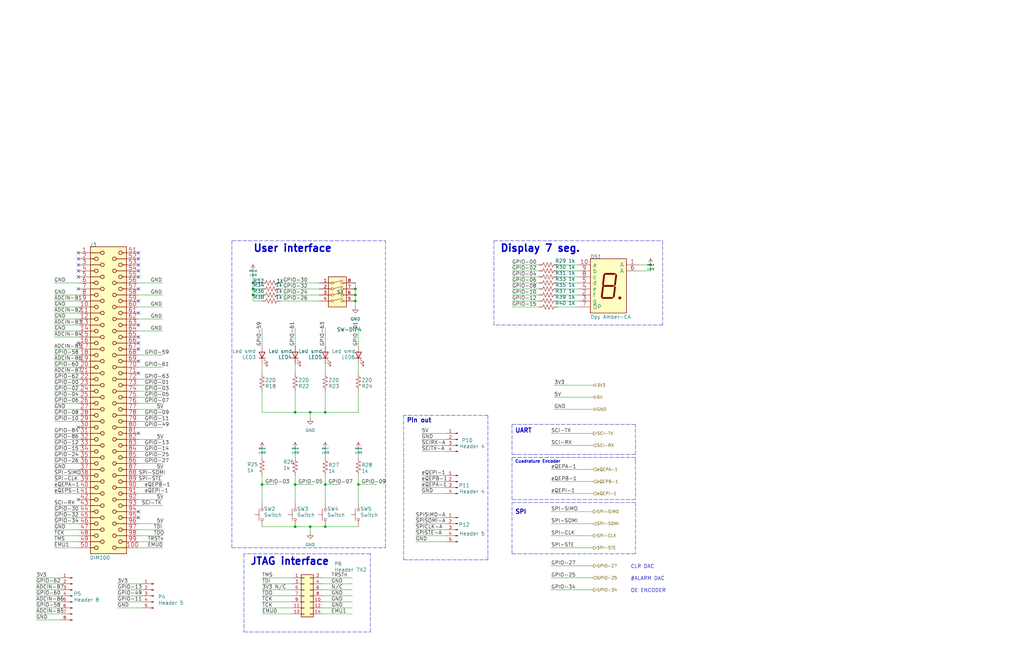
<source format=kicad_sch>
(kicad_sch (version 20211123) (generator eeschema)
  (paper "B")
  (title_block (title "Socket and interfaces") (date "07 07 2021"))
  (lib_symbols
    (symbol "Connector:Conn_01x04_Male" (pin_names (offset 1.016) hide)
      (property "Reference" "J" (at 0 5.08 0))
      (property "Value" "Conn_01x04_Male" (at 0 -7.62 0))
      (symbol "Conn_01x04_Male_1_1"
        (pin passive line (at 5.08 2.54 180) (length 3.81) (name "Pin_1") (number "1"))
        (pin passive line (at 5.08 0 180) (length 3.81) (name "Pin_2") (number "2"))
        (pin passive line (at 5.08 -2.54 180) (length 3.81) (name "Pin_3") (number "3"))
        (pin passive line (at 5.08 -5.08 180) (length 3.81) (name "Pin_4") (number "4"))
      )
    )
    (symbol "Connector:Conn_01x05_Male" (pin_names (offset 1.016) hide)
      (property "Reference" "J" (at 0 7.62 0))
      (property "Value" "Conn_01x05_Male" (at 0 -7.62 0))
      (symbol "Conn_01x05_Male_1_1"
        (pin passive line (at 5.08 5.08 180) (length 3.81) (name "Pin_1") (number "1"))
        (pin passive line (at 5.08 2.54 180) (length 3.81) (name "Pin_2") (number "2"))
        (pin passive line (at 5.08 0 180) (length 3.81) (name "Pin_3") (number "3"))
        (pin passive line (at 5.08 -2.54 180) (length 3.81) (name "Pin_4") (number "4"))
        (pin passive line (at 5.08 -5.08 180) (length 3.81) (name "Pin_5") (number "5"))
      )
    )
    (symbol "Connector:Conn_01x08_Male" (pin_names (offset 1.016) hide)
      (property "Reference" "J" (at 0 10.16 0))
      (property "Value" "Conn_01x08_Male" (at 0 -12.7 0))
      (symbol "Conn_01x08_Male_1_1"
        (pin passive line (at 5.08 7.62 180) (length 3.81) (name "Pin_1") (number "1"))
        (pin passive line (at 5.08 5.08 180) (length 3.81) (name "Pin_2") (number "2"))
        (pin passive line (at 5.08 2.54 180) (length 3.81) (name "Pin_3") (number "3"))
        (pin passive line (at 5.08 0 180) (length 3.81) (name "Pin_4") (number "4"))
        (pin passive line (at 5.08 -2.54 180) (length 3.81) (name "Pin_5") (number "5"))
        (pin passive line (at 5.08 -5.08 180) (length 3.81) (name "Pin_6") (number "6"))
        (pin passive line (at 5.08 -7.62 180) (length 3.81) (name "Pin_7") (number "7"))
        (pin passive line (at 5.08 -10.16 180) (length 3.81) (name "Pin_8") (number "8"))
      )
    )
    (symbol "Connector_Generic:Conn_02x07_Odd_Even" (pin_names (offset 1.016) hide)
      (property "Reference" "J" (at 1.27 10.16 0))
      (property "Value" "Conn_02x07_Odd_Even" (at 1.27 -10.16 0))
      (symbol "Conn_02x07_Odd_Even_1_1"
        (pin passive line (at -5.08 7.62 0) (length 3.81) (name "Pin_1") (number "1"))
        (pin passive line (at 7.62 -2.54 180) (length 3.81) (name "Pin_10") (number "10"))
        (pin passive line (at -5.08 -5.08 0) (length 3.81) (name "Pin_11") (number "11"))
        (pin passive line (at 7.62 -5.08 180) (length 3.81) (name "Pin_12") (number "12"))
        (pin passive line (at -5.08 -7.62 0) (length 3.81) (name "Pin_13") (number "13"))
        (pin passive line (at 7.62 -7.62 180) (length 3.81) (name "Pin_14") (number "14"))
        (pin passive line (at 7.62 7.62 180) (length 3.81) (name "Pin_2") (number "2"))
        (pin passive line (at -5.08 5.08 0) (length 3.81) (name "Pin_3") (number "3"))
        (pin passive line (at 7.62 5.08 180) (length 3.81) (name "Pin_4") (number "4"))
        (pin passive line (at -5.08 2.54 0) (length 3.81) (name "Pin_5") (number "5"))
        (pin passive line (at 7.62 2.54 180) (length 3.81) (name "Pin_6") (number "6"))
        (pin passive line (at -5.08 0 0) (length 3.81) (name "Pin_7") (number "7"))
        (pin passive line (at 7.62 0 180) (length 3.81) (name "Pin_8") (number "8"))
        (pin passive line (at -5.08 -2.54 0) (length 3.81) (name "Pin_9") (number "9"))
      )
    )
    (symbol "DIMM100:390213-1-" (pin_names (offset 1.016))
      (property "Reference" "J3" (at -15.494 0 90))
      (property "Value" "DIM100" (at -15.494 -132.08 90))
      (symbol "390213-1-_0_1"
        (pin passive line (at 2.54 -20.32 90) (length 5.08) (name "p1") (number "1"))
        (pin passive line (at 25.4 -20.32 90) (length 5.08) (name "p10") (number "10"))
        (pin passive line (at 127 5.08 270) (length 5.08) (name "p100") (number "100"))
        (pin passive line (at 27.94 -20.32 90) (length 5.08) (name "p11") (number "11"))
        (pin passive line (at 30.48 -20.32 90) (length 5.08) (name "p12") (number "12"))
        (pin passive line (at 33.02 -20.32 90) (length 5.08) (name "p13") (number "13"))
        (pin passive line (at 35.56 -20.32 90) (length 5.08) (name "p14") (number "14"))
        (pin passive line (at 38.1 -20.32 90) (length 5.08) (name "p15") (number "15"))
        (pin passive line (at 40.64 -20.32 90) (length 5.08) (name "p16") (number "16"))
        (pin passive line (at 43.18 -20.32 90) (length 5.08) (name "p17") (number "17"))
        (pin passive line (at 45.72 -20.32 90) (length 5.08) (name "p18") (number "18"))
        (pin passive line (at 48.26 -20.32 90) (length 5.08) (name "p19") (number "19"))
        (pin passive line (at 5.08 -20.32 90) (length 5.08) (name "p2") (number "2"))
        (pin passive line (at 50.8 -20.32 90) (length 5.08) (name "p20") (number "20"))
        (pin passive line (at 53.34 -20.32 90) (length 5.08) (name "p21") (number "21"))
        (pin passive line (at 55.88 -20.32 90) (length 5.08) (name "p22") (number "22"))
        (pin passive line (at 58.42 -20.32 90) (length 5.08) (name "p23") (number "23"))
        (pin passive line (at 60.96 -20.32 90) (length 5.08) (name "p24") (number "24"))
        (pin passive line (at 63.5 -20.32 90) (length 5.08) (name "p25") (number "25"))
        (pin passive line (at 66.04 -20.32 90) (length 5.08) (name "p26") (number "26"))
        (pin passive line (at 68.58 -20.32 90) (length 5.08) (name "p27") (number "27"))
        (pin passive line (at 71.12 -20.32 90) (length 5.08) (name "p28") (number "28"))
        (pin passive line (at 73.66 -20.32 90) (length 5.08) (name "p29") (number "29"))
        (pin passive line (at 7.62 -20.32 90) (length 5.08) (name "p3") (number "3"))
        (pin passive line (at 76.2 -20.32 90) (length 5.08) (name "p30") (number "30"))
        (pin passive line (at 78.74 -20.32 90) (length 5.08) (name "p31") (number "31"))
        (pin passive line (at 81.28 -20.32 90) (length 5.08) (name "p32") (number "32"))
        (pin passive line (at 83.82 -20.32 90) (length 5.08) (name "p33") (number "33"))
        (pin passive line (at 86.36 -20.32 90) (length 5.08) (name "p34") (number "34"))
        (pin passive line (at 88.9 -20.32 90) (length 5.08) (name "p35") (number "35"))
        (pin passive line (at 91.44 -20.32 90) (length 5.08) (name "p36") (number "36"))
        (pin passive line (at 93.98 -20.32 90) (length 5.08) (name "p37") (number "37"))
        (pin passive line (at 96.52 -20.32 90) (length 5.08) (name "p38") (number "38"))
        (pin passive line (at 99.06 -20.32 90) (length 5.08) (name "p39") (number "39"))
        (pin passive line (at 10.16 -20.32 90) (length 5.08) (name "p4") (number "4"))
        (pin passive line (at 101.6 -20.32 90) (length 5.08) (name "p40") (number "40"))
        (pin passive line (at 104.14 -20.32 90) (length 5.08) (name "p41") (number "41"))
        (pin passive line (at 106.68 -20.32 90) (length 5.08) (name "p42") (number "42"))
        (pin passive line (at 109.22 -20.32 90) (length 5.08) (name "p43") (number "43"))
        (pin passive line (at 111.76 -20.32 90) (length 5.08) (name "p44") (number "44"))
        (pin passive line (at 114.3 -20.32 90) (length 5.08) (name "p45") (number "45"))
        (pin passive line (at 116.84 -20.32 90) (length 5.08) (name "p46") (number "46"))
        (pin passive line (at 119.38 -20.32 90) (length 5.08) (name "p47") (number "47"))
        (pin passive line (at 121.92 -20.32 90) (length 5.08) (name "p48") (number "48"))
        (pin passive line (at 124.46 -20.32 90) (length 5.08) (name "p49") (number "49"))
        (pin passive line (at 12.7 -20.32 90) (length 5.08) (name "p5") (number "5"))
        (pin passive line (at 127 -20.32 90) (length 5.08) (name "p50") (number "50"))
        (pin passive line (at 2.54 5.08 270) (length 5.08) (name "p51") (number "51"))
        (pin passive line (at 5.08 5.08 270) (length 5.08) (name "p52") (number "52"))
        (pin passive line (at 7.62 5.08 270) (length 5.08) (name "p53") (number "53"))
        (pin passive line (at 10.16 5.08 270) (length 5.08) (name "p54") (number "54"))
        (pin passive line (at 12.7 5.08 270) (length 5.08) (name "p55") (number "55"))
        (pin passive line (at 15.24 5.08 270) (length 5.08) (name "p56") (number "56"))
        (pin passive line (at 17.78 5.08 270) (length 5.08) (name "p57") (number "57"))
        (pin passive line (at 20.32 5.08 270) (length 5.08) (name "p58") (number "58"))
        (pin passive line (at 22.86 5.08 270) (length 5.08) (name "p59") (number "59"))
        (pin passive line (at 15.24 -20.32 90) (length 5.08) (name "p6") (number "6"))
        (pin passive line (at 25.4 5.08 270) (length 5.08) (name "p60") (number "60"))
        (pin passive line (at 27.94 5.08 270) (length 5.08) (name "p61") (number "61"))
        (pin passive line (at 30.48 5.08 270) (length 5.08) (name "p62") (number "62"))
        (pin passive line (at 33.02 5.08 270) (length 5.08) (name "p63") (number "63"))
        (pin passive line (at 35.56 5.08 270) (length 5.08) (name "p64") (number "64"))
        (pin passive line (at 38.1 5.08 270) (length 5.08) (name "p65") (number "65"))
        (pin passive line (at 40.64 5.08 270) (length 5.08) (name "p66") (number "66"))
        (pin passive line (at 43.18 5.08 270) (length 5.08) (name "p67") (number "67"))
        (pin passive line (at 45.72 5.08 270) (length 5.08) (name "p68") (number "68"))
        (pin passive line (at 48.26 5.08 270) (length 5.08) (name "p69") (number "69"))
        (pin passive line (at 17.78 -20.32 90) (length 5.08) (name "p7") (number "7"))
        (pin passive line (at 50.8 5.08 270) (length 5.08) (name "p70") (number "70"))
        (pin passive line (at 53.34 5.08 270) (length 5.08) (name "p71") (number "71"))
        (pin passive line (at 55.88 5.08 270) (length 5.08) (name "p72") (number "72"))
        (pin passive line (at 58.42 5.08 270) (length 5.08) (name "p73") (number "73"))
        (pin passive line (at 60.96 5.08 270) (length 5.08) (name "p74") (number "74"))
        (pin passive line (at 63.5 5.08 270) (length 5.08) (name "p75") (number "75"))
        (pin passive line (at 66.04 5.08 270) (length 5.08) (name "p76") (number "76"))
        (pin passive line (at 68.58 5.08 270) (length 5.08) (name "p77") (number "77"))
        (pin passive line (at 71.12 5.08 270) (length 5.08) (name "p78") (number "78"))
        (pin passive line (at 73.66 5.08 270) (length 5.08) (name "p79") (number "79"))
        (pin passive line (at 20.32 -20.32 90) (length 5.08) (name "p8") (number "8"))
        (pin passive line (at 76.2 5.08 270) (length 5.08) (name "p80") (number "80"))
        (pin passive line (at 78.74 5.08 270) (length 5.08) (name "p81") (number "81"))
        (pin passive line (at 81.28 5.08 270) (length 5.08) (name "p82") (number "82"))
        (pin passive line (at 83.82 5.08 270) (length 5.08) (name "p83") (number "83"))
        (pin passive line (at 86.36 5.08 270) (length 5.08) (name "p84") (number "84"))
        (pin passive line (at 88.9 5.08 270) (length 5.08) (name "p85") (number "85"))
        (pin passive line (at 91.44 5.08 270) (length 5.08) (name "p86") (number "86"))
        (pin passive line (at 93.98 5.08 270) (length 5.08) (name "p87") (number "87"))
        (pin passive line (at 96.52 5.08 270) (length 5.08) (name "p88") (number "88"))
        (pin passive line (at 99.06 5.08 270) (length 5.08) (name "p89") (number "89"))
        (pin passive line (at 22.86 -20.32 90) (length 5.08) (name "p9") (number "9"))
        (pin passive line (at 101.6 5.08 270) (length 5.08) (name "p90") (number "90"))
        (pin passive line (at 104.14 5.08 270) (length 5.08) (name "p91") (number "91"))
        (pin passive line (at 106.68 5.08 270) (length 5.08) (name "p92") (number "92"))
        (pin passive line (at 109.22 5.08 270) (length 5.08) (name "p93") (number "93"))
        (pin passive line (at 111.76 5.08 270) (length 5.08) (name "p94") (number "94"))
        (pin passive line (at 114.3 5.08 270) (length 5.08) (name "p95") (number "95"))
        (pin passive line (at 116.84 5.08 270) (length 5.08) (name "p96") (number "96"))
        (pin passive line (at 119.38 5.08 270) (length 5.08) (name "p97") (number "97"))
        (pin passive line (at 121.92 5.08 270) (length 5.08) (name "p98") (number "98"))
        (pin passive line (at 124.46 5.08 270) (length 5.08) (name "p99") (number "99"))
      )
    )
    (symbol "Device:LED" (pin_numbers hide) (pin_names (offset 1.016) hide)
      (property "Reference" "D" (at 0 2.54 0))
      (property "Value" "LED" (at 0 -2.54 0))
      (symbol "LED_1_1"
        (pin passive line (at -3.81 0 0) (length 2.54) (name "K") (number "1"))
        (pin passive line (at 3.81 0 180) (length 2.54) (name "A") (number "2"))
      )
    )
    (symbol "Device:R_US" (pin_numbers hide) (pin_names (offset 0))
      (property "Reference" "R" (at 2.54 0 90))
      (property "Value" "R_US" (at -2.54 0 90))
      (symbol "R_US_1_1"
        (pin passive line (at 0 3.81 270) (length 1.27) (name "~") (number "1"))
        (pin passive line (at 0 -3.81 90) (length 1.27) (name "~") (number "2"))
      )
    )
    (symbol "Switch:SW_DIP_x04" (pin_names (offset 0) hide)
      (property "Reference" "SW" (at 0 8.89 0))
      (property "Value" "SW_DIP_x04" (at 0 -6.35 0))
      (symbol "SW_DIP_x04_1_1"
        (pin passive line (at -7.62 5.08 0) (length 5.08) (name "~") (number "1"))
        (pin passive line (at -7.62 2.54 0) (length 5.08) (name "~") (number "2"))
        (pin passive line (at -7.62 0 0) (length 5.08) (name "~") (number "3"))
        (pin passive line (at -7.62 -2.54 0) (length 5.08) (name "~") (number "4"))
        (pin passive line (at 7.62 -2.54 180) (length 5.08) (name "~") (number "5"))
        (pin passive line (at 7.62 0 180) (length 5.08) (name "~") (number "6"))
        (pin passive line (at 7.62 2.54 180) (length 5.08) (name "~") (number "7"))
        (pin passive line (at 7.62 5.08 180) (length 5.08) (name "~") (number "8"))
      )
    )
    (symbol "Switch:SW_Push" (pin_numbers hide) (pin_names (offset 1.016) hide)
      (property "Reference" "SW" (at 1.27 2.54 0))
      (property "Value" "SW_Push" (at 0 -1.524 0))
      (symbol "SW_Push_0_1"
        (pin passive line (at -5.08 0 0) (length 2.54) (name "1") (number "1"))
        (pin passive line (at 5.08 0 180) (length 2.54) (name "2") (number "2"))
      )
    )
    (symbol "dpy_amber-ca:Dpy_Amber-CA-" (pin_names (offset 1.016))
      (property "Reference" "DS1" (at 0 0 0))
      (property "Value" "Dpy Amber-CA" (at 0 -25.4 0))
      (symbol "Dpy_Amber-CA-_0_1"
        (pin passive line (at 20.32 -2.54 180) (length 5.08) (name "A") (number "1"))
        (pin passive line (at -5.08 -2.54 0) (length 5.08) (name "a") (number "10"))
        (pin passive line (at -5.08 -15.24 0) (length 5.08) (name "f") (number "2"))
        (pin passive line (at -5.08 -17.78 0) (length 5.08) (name "g") (number "3"))
        (pin passive line (at -5.08 -12.7 0) (length 5.08) (name "e") (number "4"))
        (pin passive line (at -5.08 -10.16 0) (length 5.08) (name "d") (number "5"))
        (pin passive line (at 20.32 -5.08 180) (length 5.08) (name "A") (number "6"))
        (pin passive line (at -5.08 -20.32 0) (length 5.08) (name "DP") (number "7"))
        (pin passive line (at -5.08 -7.62 0) (length 5.08) (name "c") (number "8"))
        (pin passive line (at -5.08 -5.08 0) (length 5.08) (name "b") (number "9"))
      )
    )
    (symbol "power:+3V3" (power) (pin_names (offset 0))
      (property "Value" "+3V3" (at 0 3.556 0))
      (symbol "+3V3_1_1"
        (pin power_in line (at 0 0 90) (length 0) hide (name "+3V3") (number "1"))
      )
    )
    (symbol "power:GND" (power) (pin_names (offset 0))
      (property "Value" "GND" (at 0 -3.81 0))
      (symbol "GND_1_1"
        (pin power_in line (at 0 0 270) (length 0) hide (name "GND") (number "1"))
      )
    )
  )
  (junction (at 106.68 119.38))
  (junction (at 110.49 204.47))
  (junction (at 106.68 121.92))
  (junction (at 130.81 173.99))
  (junction (at 124.46 173.99))
  (junction (at 130.81 222.25))
  (junction (at 137.16 204.47))
  (junction (at 124.46 204.47))
  (junction (at 274.32 111.76))
  (junction (at 149.86 121.92))
  (junction (at 106.68 124.46))
  (junction (at 124.46 222.25))
  (junction (at 149.86 127))
  (junction (at 149.86 124.46))
  (junction (at 137.16 222.25))
  (junction (at 137.16 173.99))
  (junction (at 151.13 204.47))
  (no_connect (at 58.42 121.92))
  (no_connect (at 58.42 116.84))
  (no_connect (at 58.42 127))
  (no_connect (at 58.42 132.08))
  (no_connect (at 58.42 137.16))
  (no_connect (at 58.42 142.24))
  (no_connect (at 58.42 144.78))
  (no_connect (at 58.42 147.32))
  (no_connect (at 33.02 116.84))
  (no_connect (at 33.02 121.92))
  (no_connect (at 58.42 114.3))
  (no_connect (at 58.42 111.76))
  (no_connect (at 58.42 109.22))
  (no_connect (at 58.42 106.68))
  (no_connect (at 58.42 152.4))
  (no_connect (at 58.42 157.48))
  (no_connect (at 33.02 180.34))
  (no_connect (at 33.02 210.82))
  (no_connect (at 58.42 215.9))
  (no_connect (at 58.42 218.44))
  (no_connect (at 33.02 144.78))
  (no_connect (at 33.02 114.3))
  (no_connect (at 33.02 109.22))
  (no_connect (at 33.02 111.76))
  (no_connect (at 33.02 106.68))
  (no_connect (at 58.42 182.88))
  (wire (pts (xy 148.59 251.46) (xy 135.89 251.46)))
  (wire (pts (xy 22.86 172.72) (xy 33.02 172.72)))
  (wire (pts (xy 232.41 243.84) (xy 250.19 243.84)))
  (wire (pts (xy 49.53 248.92) (xy 59.69 248.92)))
  (wire (pts (xy 124.46 212.09) (xy 124.46 204.47)))
  (wire (pts (xy 250.19 172.72) (xy 233.68 172.72)))
  (wire (pts (xy 148.59 243.84) (xy 135.89 243.84)))
  (wire (pts (xy 215.9 119.38) (xy 227.33 119.38)))
  (wire (pts (xy 22.86 215.9) (xy 33.02 215.9)))
  (wire (pts (xy 22.86 195.58) (xy 33.02 195.58)))
  (wire (pts (xy 68.58 154.94) (xy 58.42 154.94)))
  (wire (pts (xy 124.46 189.23) (xy 124.46 193.04)))
  (wire (pts (xy 243.84 116.84) (xy 234.95 116.84)))
  (wire (pts (xy 149.86 119.38) (xy 149.86 121.92)))
  (wire (pts (xy 151.13 204.47) (xy 151.13 200.66)))
  (wire (pts (xy 110.49 138.43) (xy 110.49 146.05)))
  (wire (pts (xy 233.68 162.56) (xy 250.19 162.56)))
  (wire (pts (xy 22.86 187.96) (xy 33.02 187.96)))
  (wire (pts (xy 22.86 190.5) (xy 33.02 190.5)))
  (wire (pts (xy 22.86 149.86) (xy 33.02 149.86)))
  (wire (pts (xy 15.24 261.62) (xy 25.4 261.62)))
  (wire (pts (xy 22.86 157.48) (xy 33.02 157.48)))
  (polyline (pts (xy 97.79 101.6) (xy 97.79 231.14)))
  (wire (pts (xy 110.49 157.48) (xy 110.49 153.67)))
  (wire (pts (xy 15.24 259.08) (xy 25.4 259.08)))
  (wire (pts (xy 68.58 208.28) (xy 58.42 208.28)))
  (wire (pts (xy 137.16 173.99) (xy 151.13 173.99)))
  (wire (pts (xy 151.13 212.09) (xy 151.13 204.47)))
  (wire (pts (xy 151.13 189.23) (xy 151.13 193.04)))
  (wire (pts (xy 148.59 246.38) (xy 135.89 246.38)))
  (wire (pts (xy 243.84 127) (xy 234.95 127)))
  (polyline (pts (xy 97.79 101.6) (xy 162.56 101.6)))
  (wire (pts (xy 243.84 111.76) (xy 234.95 111.76)))
  (wire (pts (xy 22.86 220.98) (xy 33.02 220.98)))
  (wire (pts (xy 68.58 124.46) (xy 58.42 124.46)))
  (wire (pts (xy 22.86 167.64) (xy 33.02 167.64)))
  (wire (pts (xy 250.19 203.2) (xy 232.41 203.2)))
  (wire (pts (xy 106.68 119.38) (xy 106.68 121.92)))
  (wire (pts (xy 15.24 254) (xy 25.4 254)))
  (wire (pts (xy 177.8 182.88) (xy 187.96 182.88)))
  (wire (pts (xy 110.49 256.54) (xy 123.19 256.54)))
  (wire (pts (xy 177.8 200.66) (xy 187.96 200.66)))
  (wire (pts (xy 124.46 173.99) (xy 130.81 173.99)))
  (wire (pts (xy 22.86 175.26) (xy 33.02 175.26)))
  (wire (pts (xy 68.58 223.52) (xy 58.42 223.52)))
  (wire (pts (xy 158.75 204.47) (xy 151.13 204.47)))
  (wire (pts (xy 118.11 119.38) (xy 134.62 119.38)))
  (wire (pts (xy 22.86 134.62) (xy 33.02 134.62)))
  (wire (pts (xy 22.86 154.94) (xy 33.02 154.94)))
  (polyline (pts (xy 102.87 266.7) (xy 156.21 266.7)))
  (polyline (pts (xy 205.74 236.22) (xy 205.74 175.26)))
  (wire (pts (xy 110.49 173.99) (xy 124.46 173.99)))
  (wire (pts (xy 49.53 256.54) (xy 59.69 256.54)))
  (wire (pts (xy 22.86 170.18) (xy 33.02 170.18)))
  (wire (pts (xy 137.16 138.43) (xy 137.16 146.05)))
  (wire (pts (xy 177.8 205.74) (xy 187.96 205.74)))
  (wire (pts (xy 215.9 121.92) (xy 227.33 121.92)))
  (polyline (pts (xy 267.97 194.31) (xy 267.97 210.82)))
  (wire (pts (xy 177.8 190.5) (xy 187.96 190.5)))
  (wire (pts (xy 124.46 138.43) (xy 124.46 146.05)))
  (wire (pts (xy 68.58 193.04) (xy 58.42 193.04)))
  (wire (pts (xy 68.58 190.5) (xy 58.42 190.5)))
  (wire (pts (xy 22.86 124.46) (xy 33.02 124.46)))
  (wire (pts (xy 175.26 228.6) (xy 187.96 228.6)))
  (wire (pts (xy 215.9 129.54) (xy 227.33 129.54)))
  (wire (pts (xy 68.58 119.38) (xy 58.42 119.38)))
  (wire (pts (xy 137.16 189.23) (xy 137.16 193.04)))
  (wire (pts (xy 250.19 198.12) (xy 232.41 198.12)))
  (wire (pts (xy 110.49 254) (xy 123.19 254)))
  (wire (pts (xy 149.86 121.92) (xy 149.86 124.46)))
  (wire (pts (xy 49.53 246.38) (xy 59.69 246.38)))
  (wire (pts (xy 274.32 114.3) (xy 269.24 114.3)))
  (wire (pts (xy 250.19 220.98) (xy 232.41 220.98)))
  (wire (pts (xy 134.62 124.46) (xy 118.11 124.46)))
  (wire (pts (xy 68.58 200.66) (xy 58.42 200.66)))
  (wire (pts (xy 68.58 213.36) (xy 58.42 213.36)))
  (wire (pts (xy 49.53 251.46) (xy 59.69 251.46)))
  (wire (pts (xy 110.49 243.84) (xy 123.19 243.84)))
  (polyline (pts (xy 102.87 233.68) (xy 102.87 266.7)))
  (wire (pts (xy 22.86 152.4) (xy 33.02 152.4)))
  (wire (pts (xy 22.86 147.32) (xy 33.02 147.32)))
  (wire (pts (xy 148.59 254) (xy 135.89 254)))
  (wire (pts (xy 124.46 222.25) (xy 130.81 222.25)))
  (wire (pts (xy 68.58 195.58) (xy 58.42 195.58)))
  (wire (pts (xy 68.58 165.1) (xy 58.42 165.1)))
  (wire (pts (xy 22.86 228.6) (xy 33.02 228.6)))
  (polyline (pts (xy 267.97 212.09) (xy 267.97 233.68)))
  (wire (pts (xy 68.58 205.74) (xy 58.42 205.74)))
  (wire (pts (xy 110.49 246.38) (xy 123.19 246.38)))
  (wire (pts (xy 110.49 173.99) (xy 110.49 165.1)))
  (wire (pts (xy 151.13 157.48) (xy 151.13 153.67)))
  (wire (pts (xy 137.16 173.99) (xy 137.16 165.1)))
  (wire (pts (xy 137.16 222.25) (xy 151.13 222.25)))
  (polyline (pts (xy 215.9 191.77) (xy 267.97 191.77)))
  (wire (pts (xy 22.86 165.1) (xy 33.02 165.1)))
  (wire (pts (xy 134.62 121.92) (xy 118.11 121.92)))
  (wire (pts (xy 175.26 223.52) (xy 187.96 223.52)))
  (wire (pts (xy 68.58 139.7) (xy 58.42 139.7)))
  (wire (pts (xy 124.46 157.48) (xy 124.46 153.67)))
  (wire (pts (xy 175.26 218.44) (xy 187.96 218.44)))
  (polyline (pts (xy 97.79 231.14) (xy 162.56 231.14)))
  (wire (pts (xy 148.59 256.54) (xy 135.89 256.54)))
  (wire (pts (xy 68.58 172.72) (xy 58.42 172.72)))
  (wire (pts (xy 137.16 157.48) (xy 137.16 153.67)))
  (wire (pts (xy 22.86 226.06) (xy 33.02 226.06)))
  (wire (pts (xy 22.86 198.12) (xy 33.02 198.12)))
  (wire (pts (xy 68.58 129.54) (xy 58.42 129.54)))
  (wire (pts (xy 110.49 212.09) (xy 110.49 204.47)))
  (wire (pts (xy 116.84 204.47) (xy 110.49 204.47)))
  (wire (pts (xy 149.86 127) (xy 149.86 129.54)))
  (wire (pts (xy 68.58 160.02) (xy 58.42 160.02)))
  (wire (pts (xy 22.86 127) (xy 33.02 127)))
  (wire (pts (xy 250.19 226.06) (xy 232.41 226.06)))
  (wire (pts (xy 243.84 129.54) (xy 234.95 129.54)))
  (wire (pts (xy 134.62 127) (xy 118.11 127)))
  (wire (pts (xy 130.81 173.99) (xy 130.81 176.53)))
  (wire (pts (xy 22.86 213.36) (xy 33.02 213.36)))
  (wire (pts (xy 274.32 111.76) (xy 274.32 114.3)))
  (wire (pts (xy 15.24 248.92) (xy 25.4 248.92)))
  (polyline (pts (xy 208.28 137.16) (xy 208.28 101.6)))
  (wire (pts (xy 148.59 259.08) (xy 135.89 259.08)))
  (polyline (pts (xy 162.56 231.14) (xy 162.56 101.6)))
  (wire (pts (xy 68.58 170.18) (xy 58.42 170.18)))
  (wire (pts (xy 22.86 218.44) (xy 33.02 218.44)))
  (wire (pts (xy 110.49 189.23) (xy 110.49 193.04)))
  (wire (pts (xy 250.19 187.96) (xy 232.41 187.96)))
  (wire (pts (xy 22.86 203.2) (xy 33.02 203.2)))
  (wire (pts (xy 143.51 204.47) (xy 137.16 204.47)))
  (polyline (pts (xy 267.97 179.07) (xy 215.9 179.07)))
  (wire (pts (xy 110.49 259.08) (xy 123.19 259.08)))
  (wire (pts (xy 68.58 198.12) (xy 58.42 198.12)))
  (wire (pts (xy 232.41 248.92) (xy 250.19 248.92)))
  (wire (pts (xy 22.86 129.54) (xy 33.02 129.54)))
  (wire (pts (xy 215.9 116.84) (xy 227.33 116.84)))
  (polyline (pts (xy 215.9 233.68) (xy 215.9 212.09)))
  (wire (pts (xy 106.68 124.46) (xy 106.68 127)))
  (wire (pts (xy 177.8 185.42) (xy 187.96 185.42)))
  (polyline (pts (xy 156.21 266.7) (xy 156.21 233.68)))
  (polyline (pts (xy 215.9 193.04) (xy 215.9 194.31)))
  (polyline (pts (xy 205.74 175.26) (xy 170.18 175.26)))
  (wire (pts (xy 22.86 205.74) (xy 33.02 205.74)))
  (wire (pts (xy 68.58 231.14) (xy 58.42 231.14)))
  (wire (pts (xy 137.16 204.47) (xy 137.16 200.66)))
  (wire (pts (xy 250.19 208.28) (xy 232.41 208.28)))
  (wire (pts (xy 68.58 149.86) (xy 58.42 149.86)))
  (wire (pts (xy 15.24 246.38) (xy 25.4 246.38)))
  (wire (pts (xy 269.24 111.76) (xy 274.32 111.76)))
  (wire (pts (xy 215.9 111.76) (xy 227.33 111.76)))
  (wire (pts (xy 68.58 185.42) (xy 58.42 185.42)))
  (wire (pts (xy 148.59 248.92) (xy 135.89 248.92)))
  (wire (pts (xy 151.13 165.1) (xy 151.13 173.99)))
  (wire (pts (xy 106.68 121.92) (xy 110.49 121.92)))
  (wire (pts (xy 243.84 119.38) (xy 234.95 119.38)))
  (polyline (pts (xy 215.9 179.07) (xy 215.9 191.77)))
  (wire (pts (xy 68.58 210.82) (xy 58.42 210.82)))
  (wire (pts (xy 15.24 251.46) (xy 25.4 251.46)))
  (wire (pts (xy 130.81 222.25) (xy 137.16 222.25)))
  (wire (pts (xy 250.19 182.88) (xy 232.41 182.88)))
  (wire (pts (xy 106.68 124.46) (xy 110.49 124.46)))
  (wire (pts (xy 68.58 180.34) (xy 58.42 180.34)))
  (wire (pts (xy 232.41 238.76) (xy 250.19 238.76)))
  (wire (pts (xy 68.58 187.96) (xy 58.42 187.96)))
  (polyline (pts (xy 208.28 101.6) (xy 279.4 101.6)))
  (wire (pts (xy 243.84 121.92) (xy 234.95 121.92)))
  (wire (pts (xy 68.58 177.8) (xy 58.42 177.8)))
  (wire (pts (xy 149.86 124.46) (xy 149.86 127)))
  (wire (pts (xy 110.49 248.92) (xy 123.19 248.92)))
  (wire (pts (xy 177.8 203.2) (xy 187.96 203.2)))
  (wire (pts (xy 68.58 203.2) (xy 58.42 203.2)))
  (wire (pts (xy 177.8 187.96) (xy 187.96 187.96)))
  (polyline (pts (xy 215.9 210.82) (xy 215.9 194.31)))
  (wire (pts (xy 130.81 173.99) (xy 137.16 173.99)))
  (wire (pts (xy 22.86 231.14) (xy 33.02 231.14)))
  (wire (pts (xy 22.86 200.66) (xy 33.02 200.66)))
  (wire (pts (xy 22.86 185.42) (xy 33.02 185.42)))
  (wire (pts (xy 22.86 132.08) (xy 33.02 132.08)))
  (wire (pts (xy 137.16 212.09) (xy 137.16 204.47)))
  (wire (pts (xy 243.84 114.3) (xy 234.95 114.3)))
  (wire (pts (xy 49.53 254) (xy 59.69 254)))
  (wire (pts (xy 15.24 243.84) (xy 25.4 243.84)))
  (wire (pts (xy 22.86 137.16) (xy 33.02 137.16)))
  (wire (pts (xy 177.8 208.28) (xy 187.96 208.28)))
  (wire (pts (xy 68.58 220.98) (xy 58.42 220.98)))
  (polyline (pts (xy 267.97 193.04) (xy 267.97 194.31)))
  (polyline (pts (xy 267.97 210.82) (xy 215.9 210.82)))
  (polyline (pts (xy 156.21 233.68) (xy 102.87 233.68)))
  (wire (pts (xy 250.19 215.9) (xy 232.41 215.9)))
  (polyline (pts (xy 267.97 191.77) (xy 267.97 179.07)))
  (wire (pts (xy 110.49 251.46) (xy 123.19 251.46)))
  (wire (pts (xy 22.86 142.24) (xy 33.02 142.24)))
  (wire (pts (xy 22.86 162.56) (xy 33.02 162.56)))
  (polyline (pts (xy 170.18 175.26) (xy 170.18 236.22)))
  (wire (pts (xy 68.58 228.6) (xy 58.42 228.6)))
  (wire (pts (xy 22.86 177.8) (xy 33.02 177.8)))
  (wire (pts (xy 106.68 121.92) (xy 106.68 124.46)))
  (wire (pts (xy 124.46 173.99) (xy 124.46 165.1)))
  (wire (pts (xy 110.49 222.25) (xy 124.46 222.25)))
  (polyline (pts (xy 215.9 193.04) (xy 267.97 193.04)))
  (wire (pts (xy 106.68 127) (xy 110.49 127)))
  (wire (pts (xy 68.58 175.26) (xy 58.42 175.26)))
  (wire (pts (xy 175.26 226.06) (xy 187.96 226.06)))
  (wire (pts (xy 68.58 162.56) (xy 58.42 162.56)))
  (wire (pts (xy 250.19 231.14) (xy 232.41 231.14)))
  (wire (pts (xy 215.9 124.46) (xy 227.33 124.46)))
  (polyline (pts (xy 170.18 236.22) (xy 205.74 236.22)))
  (wire (pts (xy 175.26 220.98) (xy 187.96 220.98)))
  (wire (pts (xy 106.68 114.3) (xy 106.68 119.38)))
  (polyline (pts (xy 215.9 212.09) (xy 267.97 212.09)))
  (wire (pts (xy 22.86 160.02) (xy 33.02 160.02)))
  (wire (pts (xy 106.68 119.38) (xy 110.49 119.38)))
  (wire (pts (xy 22.86 182.88) (xy 33.02 182.88)))
  (wire (pts (xy 132.08 204.47) (xy 124.46 204.47)))
  (polyline (pts (xy 279.4 137.16) (xy 208.28 137.16)))
  (wire (pts (xy 68.58 134.62) (xy 58.42 134.62)))
  (wire (pts (xy 68.58 226.06) (xy 58.42 226.06)))
  (wire (pts (xy 22.86 223.52) (xy 33.02 223.52)))
  (wire (pts (xy 124.46 204.47) (xy 124.46 200.66)))
  (wire (pts (xy 215.9 114.3) (xy 227.33 114.3)))
  (wire (pts (xy 110.49 204.47) (xy 110.49 200.66)))
  (wire (pts (xy 130.81 222.25) (xy 130.81 224.79)))
  (wire (pts (xy 243.84 124.46) (xy 234.95 124.46)))
  (wire (pts (xy 151.13 138.43) (xy 151.13 146.05)))
  (wire (pts (xy 22.86 119.38) (xy 33.02 119.38)))
  (wire (pts (xy 22.86 193.04) (xy 33.02 193.04)))
  (wire (pts (xy 22.86 139.7) (xy 33.02 139.7)))
  (wire (pts (xy 250.19 167.64) (xy 233.68 167.64)))
  (wire (pts (xy 68.58 167.64) (xy 58.42 167.64)))
  (wire (pts (xy 215.9 127) (xy 227.33 127)))
  (polyline (pts (xy 279.4 101.6) (xy 279.4 137.16)))
  (polyline (pts (xy 267.97 233.68) (xy 215.9 233.68)))
  (wire (pts (xy 15.24 256.54) (xy 25.4 256.54)))
  (wire (pts (xy 22.86 208.28) (xy 33.02 208.28)))
  (text "JTAG interface" (at 105.41 238.76 0) (effects (font (size 3.048 3.048) (thickness 0.6096) bold) (justify left bottom)))
  (text "SPI" (at 217.17 217.17 0) (effects (font (size 1.8288 1.8288) (thickness 0.3658) bold) (justify left bottom)))
  (text "Pin out" (at 171.45 178.562 0) (effects (font (size 1.8288 1.8288) (thickness 0.3658) bold) (justify left bottom)))
  (text "UART" (at 217.17 182.88 0) (effects (font (size 1.8288 1.8288) (thickness 0.3658) bold) (justify left bottom)))
  (text "#ALARM DAC" (at 265.938 245.11 0) (effects (font (size 1.524 1.524)) (justify left bottom)))
  (text "OE ENCODER" (at 265.938 250.19 0) (effects (font (size 1.524 1.524)) (justify left bottom)))
  (text "CLR DAC" (at 265.938 240.03 0) (effects (font (size 1.524 1.524)) (justify left bottom)))
  (text "Cuadrature Encoder" (at 217.17 195.58 0) (effects (font (size 1.27 1.27) (thickness 0.254) bold) (justify left bottom)))
  (text "User interface" (at 106.68 106.68 0) (effects (font (size 3.048 3.048) (thickness 0.6096) bold) (justify left bottom)))
  (text "Display 7 seg." (at 210.82 106.68 0) (effects (font (size 3.048 3.048) (thickness 0.6096) bold) (justify left bottom)))
  (label "GPIO-04" (at 215.9 116.84 0) (effects (font (size 1.524 1.524))))
  (label "GPIO-26" (at 119.38 127 0) (effects (font (size 1.524 1.524))))
  (label "GPIO-62" (at 15.24 246.38 0) (effects (font (size 1.524 1.524))))
  (label "GND" (at 139.7 256.54 0) (effects (font (size 1.524 1.524))))
  (label "GPIO-08" (at 215.9 121.92 0) (effects (font (size 1.524 1.524))))
  (label "TDI" (at 110.49 246.38 0) (effects (font (size 1.524 1.524))))
  (label "EMU1" (at 139.7 259.08 0) (effects (font (size 1.524 1.524))))
  (label "TRSTn" (at 139.7 243.84 0) (effects (font (size 1.524 1.524))))
  (label "GPIO-06" (at 215.9 119.38 0) (effects (font (size 1.524 1.524))))
  (label "GPIO-58" (at 22.86 149.86 0) (effects (font (size 1.524 1.524))))
  (label "GND" (at 63.5 129.54 0) (effects (font (size 1.524 1.524))))
  (label "SPI-STE" (at 58.42 203.2 0) (effects (font (size 1.524 1.524))))
  (label "GPIO-24" (at 22.86 193.04 0) (effects (font (size 1.524 1.524))))
  (label "GPIO-07" (at 60.96 170.18 0) (effects (font (size 1.524 1.524))))
  (label "GPIO-11" (at 49.53 254 0) (effects (font (size 1.524 1.524))))
  (label "GND" (at 22.86 223.52 0) (effects (font (size 1.524 1.524))))
  (label "GPIO-25" (at 60.96 193.04 0) (effects (font (size 1.524 1.524))))
  (label "SCIRX-A" (at 177.8 187.96 0) (effects (font (size 1.524 1.524))))
  (label "SPI-STE" (at 232.41 231.14 0) (effects (font (size 1.524 1.524))))
  (label "SPI-SOMI" (at 232.41 220.98 0) (effects (font (size 1.524 1.524))))
  (label "TMS" (at 110.49 243.84 0) (effects (font (size 1.524 1.524))))
  (label "GPIO-32" (at 119.38 121.92 0) (effects (font (size 1.524 1.524))))
  (label "GPIO-32" (at 22.86 218.44 0) (effects (font (size 1.524 1.524))))
  (label "eQEPA-1" (at 232.41 198.12 0) (effects (font (size 1.524 1.524))))
  (label "GPIO-59" (at 60.96 149.86 0) (effects (font (size 1.524 1.524))))
  (label "GND" (at 22.86 172.72 0) (effects (font (size 1.524 1.524))))
  (label "GPIO-01" (at 60.96 162.56 0) (effects (font (size 1.524 1.524))))
  (label "N/C" (at 139.7 248.92 0) (effects (font (size 1.524 1.524))))
  (label "ADCIN-B4" (at 22.86 142.24 0) (effects (font (size 1.524 1.524))))
  (label "5V" (at 66.04 185.42 0) (effects (font (size 1.524 1.524))))
  (label "GPIO-13" (at 49.53 248.92 0) (effects (font (size 1.524 1.524))))
  (label "TCK" (at 110.49 256.54 0) (effects (font (size 1.524 1.524))))
  (label "3V3" (at 233.68 162.56 0) (effects (font (size 1.524 1.524))))
  (label "SPISOMI-A" (at 175.26 220.98 0) (effects (font (size 1.524 1.524))))
  (label "3V3" (at 49.53 246.38 0) (effects (font (size 1.524 1.524))))
  (label "GPIO-11" (at 60.96 177.8 0) (effects (font (size 1.524 1.524))))
  (label "GPIO-10" (at 22.86 177.8 0) (effects (font (size 1.524 1.524))))
  (label "GPIO-03" (at 111.76 204.47 0) (effects (font (size 1.524 1.524))))
  (label "eQEPA-1" (at 177.8 205.74 0) (effects (font (size 1.524 1.524))))
  (label "GPIO-09" (at 152.4 204.47 0) (effects (font (size 1.524 1.524))))
  (label "SPI-SIMO" (at 232.41 215.9 0) (effects (font (size 1.524 1.524))))
  (label "SPI-CLK" (at 232.41 226.06 0) (effects (font (size 1.524 1.524))))
  (label "GPIO-13" (at 60.96 187.96 0) (effects (font (size 1.524 1.524))))
  (label "GND" (at 63.5 124.46 0) (effects (font (size 1.524 1.524))))
  (label "SPI-CLK" (at 22.86 203.2 0) (effects (font (size 1.524 1.524))))
  (label "GND" (at 22.86 129.54 0) (effects (font (size 1.524 1.524))))
  (label "GPIO-34" (at 232.41 248.92 0) (effects (font (size 1.524 1.524))))
  (label "EMU0" (at 62.23 231.14 0) (effects (font (size 1.524 1.524))))
  (label "GPIO-06" (at 22.86 170.18 0) (effects (font (size 1.524 1.524))))
  (label "GPIO-15" (at 22.86 190.5 0) (effects (font (size 1.524 1.524))))
  (label "GPIO-10" (at 215.9 124.46 0) (effects (font (size 1.524 1.524))))
  (label "GND" (at 22.86 134.62 0) (effects (font (size 1.524 1.524))))
  (label "GPIO-03" (at 60.96 165.1 0) (effects (font (size 1.524 1.524))))
  (label "TMS" (at 22.86 228.6 0) (effects (font (size 1.524 1.524))))
  (label "ADCIN-B7" (at 22.86 157.48 0) (effects (font (size 1.524 1.524))))
  (label "GPIO-58" (at 15.24 256.54 0) (effects (font (size 1.524 1.524))))
  (label "EMU0" (at 110.49 259.08 0) (effects (font (size 1.524 1.524))))
  (label "SPISIMO-A" (at 175.26 218.44 0) (effects (font (size 1.524 1.524))))
  (label "3V3 N/C" (at 110.49 248.92 0) (effects (font (size 1.524 1.524))))
  (label "5V" (at 66.04 210.82 0) (effects (font (size 1.524 1.524))))
  (label "TDO" (at 64.77 226.06 0) (effects (font (size 1.524 1.524))))
  (label "SPICLK-A" (at 175.26 223.52 0) (effects (font (size 1.524 1.524))))
  (label "eQEPB-1" (at 232.41 203.2 0) (effects (font (size 1.524 1.524))))
  (label "eQEPI-1" (at 60.96 208.28 0) (effects (font (size 1.524 1.524))))
  (label "GPIO-84" (at 22.86 182.88 0) (effects (font (size 1.524 1.524))))
  (label "GPIO-00" (at 215.9 111.76 0) (effects (font (size 1.524 1.524))))
  (label "GPIO-27" (at 60.96 195.58 0) (effects (font (size 1.524 1.524))))
  (label "GPIO-07" (at 138.43 204.47 0) (effects (font (size 1.524 1.524))))
  (label "GPIO-25" (at 232.41 243.84 0) (effects (font (size 1.524 1.524))))
  (label "ADCIN-B3" (at 22.86 137.16 0) (effects (font (size 1.524 1.524))))
  (label "GND" (at 22.86 119.38 0) (effects (font (size 1.524 1.524))))
  (label "SPI-SIMO" (at 22.86 200.66 0) (effects (font (size 1.524 1.524))))
  (label "GPIO-63" (at 60.96 160.02 0) (effects (font (size 1.524 1.524))))
  (label "GPIO-49" (at 60.96 180.34 0) (effects (font (size 1.524 1.524))))
  (label "TRSTn" (at 62.23 228.6 0) (effects (font (size 1.524 1.524))))
  (label "GND" (at 63.5 139.7 0) (effects (font (size 1.524 1.524))))
  (label "GPIO-60" (at 22.86 154.94 0) (effects (font (size 1.524 1.524))))
  (label "GPIO-24" (at 119.38 124.46 0) (effects (font (size 1.524 1.524))))
  (label "5V" (at 233.68 167.64 0) (effects (font (size 1.524 1.524))))
  (label "eQEPB-1" (at 60.96 205.74 0) (effects (font (size 1.524 1.524))))
  (label "GPIO-14" (at 60.96 190.5 0) (effects (font (size 1.524 1.524))))
  (label "5V" (at 177.8 182.88 0) (effects (font (size 1.524 1.524))))
  (label "ADCIN-B5" (at 15.24 259.08 0) (effects (font (size 1.524 1.524))))
  (label "GND" (at 63.5 119.38 0) (effects (font (size 1.524 1.524))))
  (label "SCI-RX" (at 22.86 213.36 0) (effects (font (size 1.524 1.524))))
  (label "GND" (at 177.8 185.42 0) (effects (font (size 1.524 1.524))))
  (label "GPIO-08" (at 22.86 175.26 0) (effects (font (size 1.524 1.524))))
  (label "GND" (at 175.26 228.6 0) (effects (font (size 1.524 1.524))))
  (label "5V" (at 66.04 198.12 0) (effects (font (size 1.524 1.524))))
  (label "SCI-TX" (at 59.69 213.36 0) (effects (font (size 1.524 1.524))))
  (label "GPIO-60" (at 15.24 251.46 0) (effects (font (size 1.524 1.524))))
  (label "GPIO-34" (at 22.86 220.98 0) (effects (font (size 1.524 1.524))))
  (label "GPIO-04" (at 22.86 167.64 0) (effects (font (size 1.524 1.524))))
  (label "GPIO-12" (at 215.9 127 0) (effects (font (size 1.524 1.524))))
  (label "GPIO-01" (at 151.13 146.05 90) (effects (font (size 1.524 1.524))))
  (label "GND" (at 49.53 256.54 0) (effects (font (size 1.524 1.524))))
  (label "5V" (at 66.04 220.98 0) (effects (font (size 1.524 1.524))))
  (label "GPIO-26" (at 22.86 195.58 0) (effects (font (size 1.524 1.524))))
  (label "SCI-TX" (at 232.41 182.88 0) (effects (font (size 1.524 1.524))))
  (label "GPIO-49" (at 49.53 251.46 0) (effects (font (size 1.524 1.524))))
  (label "GPIO-05" (at 60.96 167.64 0) (effects (font (size 1.524 1.524))))
  (label "GND" (at 63.5 134.62 0) (effects (font (size 1.524 1.524))))
  (label "GND" (at 139.7 254 0) (effects (font (size 1.524 1.524))))
  (label "GPIO-62" (at 22.86 160.02 0) (effects (font (size 1.524 1.524))))
  (label "ADCIN-B6" (at 15.24 254 0) (effects (font (size 1.524 1.524))))
  (label "eQEPI-1" (at 232.41 208.28 0) (effects (font (size 1.524 1.524))))
  (label "eQEPA-1" (at 22.86 205.74 0) (effects (font (size 1.524 1.524))))
  (label "GPIO-61" (at 60.96 154.94 0) (effects (font (size 1.524 1.524))))
  (label "GPIO-30" (at 22.86 215.9 0) (effects (font (size 1.524 1.524))))
  (label "TDI" (at 64.77 223.52 0) (effects (font (size 1.524 1.524))))
  (label "EMU1" (at 22.86 231.14 0) (effects (font (size 1.524 1.524))))
  (label "GND" (at 139.7 251.46 0) (effects (font (size 1.524 1.524))))
  (label "GND" (at 22.86 198.12 0) (effects (font (size 1.524 1.524))))
  (label "GND" (at 177.8 208.28 0) (effects (font (size 1.524 1.524))))
  (label "GPIO-59" (at 110.49 146.05 90) (effects (font (size 1.524 1.524))))
  (label "GND" (at 22.86 139.7 0) (effects (font (size 1.524 1.524))))
  (label "GPIO-02" (at 22.86 165.1 0) (effects (font (size 1.524 1.524))))
  (label "GPIO-86" (at 22.86 185.42 0) (effects (font (size 1.524 1.524))))
  (label "eQEPI-1" (at 177.8 200.66 0) (effects (font (size 1.524 1.524))))
  (label "GPIO-15" (at 215.9 129.54 0) (effects (font (size 1.524 1.524))))
  (label "ADCIN-B5" (at 22.86 147.32 0) (effects (font (size 1.524 1.524))))
  (label "GPIO-05" (at 125.73 204.47 0) (effects (font (size 1.524 1.524))))
  (label "TCK" (at 22.86 226.06 0) (effects (font (size 1.524 1.524))))
  (label "SCITX-A" (at 177.8 190.5 0) (effects (font (size 1.524 1.524))))
  (label "5V" (at 66.04 172.72 0) (effects (font (size 1.524 1.524))))
  (label "TCK" (at 110.49 254 0) (effects (font (size 1.524 1.524))))
  (label "eQEPS-1" (at 22.86 208.28 0) (effects (font (size 1.524 1.524))))
  (label "SCI-RX" (at 232.41 187.96 0) (effects (font (size 1.524 1.524))))
  (label "SPISTE-A" (at 175.26 226.06 0) (effects (font (size 1.524 1.524))))
  (label "GPIO-30" (at 119.38 119.38 0) (effects (font (size 1.524 1.524))))
  (label "eQEPB-1" (at 177.8 203.2 0) (effects (font (size 1.524 1.524))))
  (label "TDO" (at 110.49 251.46 0) (effects (font (size 1.524 1.524))))
  (label "GPIO-02" (at 215.9 114.3 0) (effects (font (size 1.524 1.524))))
  (label "GPIO-63" (at 137.16 146.05 90) (effects (font (size 1.524 1.524))))
  (label "SPI-SOMI" (at 58.42 200.66 0) (effects (font (size 1.524 1.524))))
  (label "GPIO-61" (at 124.46 146.05 90) (effects (font (size 1.524 1.524))))
  (label "ADCIN-B2" (at 22.86 132.08 0) (effects (font (size 1.524 1.524))))
  (label "GPIO-12" (at 22.86 187.96 0) (effects (font (size 1.524 1.524))))
  (label "GND" (at 233.68 172.72 0) (effects (font (size 1.524 1.524))))
  (label "GND" (at 22.86 124.46 0) (effects (font (size 1.524 1.524))))
  (label "GND" (at 15.24 261.62 0) (effects (font (size 1.524 1.524))))
  (label "ADCIN-B7" (at 15.24 248.92 0) (effects (font (size 1.524 1.524))))
  (label "GND" (at 139.7 246.38 0) (effects (font (size 1.524 1.524))))
  (label "ADCIN-B1" (at 22.86 127 0) (effects (font (size 1.524 1.524))))
  (label "GPIO-27" (at 232.41 238.76 0) (effects (font (size 1.524 1.524))))
  (label "3V3" (at 15.24 243.84 0) (effects (font (size 1.524 1.524))))
  (label "ADCIN-B6" (at 22.86 152.4 0) (effects (font (size 1.524 1.524))))
  (label "GPIO-00" (at 22.86 162.56 0) (effects (font (size 1.524 1.524))))
  (label "GPIO-09" (at 60.96 175.26 0) (effects (font (size 1.524 1.524))))
  (hierarchical_label "SPI-SIMO" (shape output) (at 250.19 215.9 0))
  (hierarchical_label "SCI-TX" (shape output) (at 250.19 182.88 0))
  (hierarchical_label "eQEPI-1" (shape input) (at 250.19 208.28 0))
  (hierarchical_label "SPI-CLK" (shape output) (at 250.19 226.06 0))
  (hierarchical_label "GPIO-25" (shape input) (at 250.19 243.84 0))
  (hierarchical_label "SCI-RX" (shape input) (at 250.19 187.96 0))
  (hierarchical_label "eQEPB-1" (shape input) (at 250.19 203.2 0))
  (hierarchical_label "GND" (shape bidirectional) (at 250.19 172.72 0))
  (hierarchical_label "GPIO-34" (shape output) (at 250.19 248.92 0))
  (hierarchical_label "SPI-STE" (shape output) (at 250.19 231.14 0))
  (hierarchical_label "GPIO-27" (shape output) (at 250.19 238.76 0))
  (hierarchical_label "eQEPA-1" (shape input) (at 250.19 198.12 0))
  (hierarchical_label "5V" (shape bidirectional) (at 250.19 167.64 0))
  (hierarchical_label "3V3" (shape bidirectional) (at 250.19 162.56 0))
  (hierarchical_label "SPI-SOMI" (shape input) (at 250.19 220.98 0))
  (symbol (lib_id "Switch:SW_Push") (at 124.46 217.17 90) (unit 1)
    (property "Reference" "SW3" (at 125.222 215.646 90) (effects (font (size 1.524 1.524)) (justify right top)))
    (property "Value" "Switch" (at 125.222 218.186 90) (effects (font (size 1.524 1.524)) (justify right top)))
  )
  (symbol (lib_id "Device:R_US") (at 110.49 196.85 180) (unit 1)
    (property "Reference" "R25" (at 104.14 196.85 0) (effects (font (size 1.524 1.524)) (justify right top)))
    (property "Value" "1k" (at 104.14 199.39 0) (effects (font (size 1.524 1.524)) (justify right top)))
  )
  (symbol (lib_id "Switch:SW_Push") (at 110.49 217.17 90) (unit 1)
    (property "Reference" "SW2" (at 111.252 215.646 90) (effects (font (size 1.524 1.524)) (justify right top)))
    (property "Value" "Switch" (at 111.252 218.186 90) (effects (font (size 1.524 1.524)) (justify right top)))
  )
  (symbol (lib_id "Device:R_US") (at 124.46 161.29 0) (unit 1)
    (property "Reference" "R22" (at 125.73 163.83 0) (effects (font (size 1.524 1.524)) (justify left bottom)))
    (property "Value" "220" (at 125.73 161.29 0) (effects (font (size 1.524 1.524)) (justify left bottom)))
  )
  (symbol (lib_id "Device:LED") (at 124.46 149.86 90) (unit 1)
    (property "Reference" "LED4" (at 123.19 149.86 90) (effects (font (size 1.524 1.524)) (justify left bottom)))
    (property "Value" "Led smd" (at 123.19 147.32 90) (effects (font (size 1.524 1.524)) (justify left bottom)))
  )
  (symbol (lib_id "Device:R_US") (at 110.49 161.29 0) (unit 1)
    (property "Reference" "R18" (at 111.76 163.83 0) (effects (font (size 1.524 1.524)) (justify left bottom)))
    (property "Value" "220" (at 111.76 161.29 0) (effects (font (size 1.524 1.524)) (justify left bottom)))
  )
  (symbol (lib_id "Connector:Conn_01x04_Male") (at 193.04 185.42 0) (mirror y) (unit 1)
    (property "Reference" "P10" (at 199.39 186.69 0) (effects (font (size 1.524 1.524)) (justify left bottom)))
    (property "Value" "Header 4" (at 204.47 189.23 0) (effects (font (size 1.524 1.524)) (justify left bottom)))
  )
  (symbol (lib_id "Connector:Conn_01x04_Male") (at 193.04 203.2 0) (mirror y) (unit 1)
    (property "Reference" "P11" (at 198.12 205.74 0) (effects (font (size 1.524 1.524)) (justify left bottom)))
    (property "Value" "Header 4" (at 204.47 208.28 0) (effects (font (size 1.524 1.524)) (justify left bottom)))
  )
  (symbol (lib_id "Connector:Conn_01x05_Male") (at 193.04 223.52 0) (mirror y) (unit 1)
    (property "Reference" "P12" (at 198.12 222.25 0) (effects (font (size 1.524 1.524)) (justify left bottom)))
    (property "Value" "Header 5" (at 204.47 226.06 0) (effects (font (size 1.524 1.524)) (justify left bottom)))
  )
  (symbol (lib_id "Connector:Conn_01x08_Male") (at 30.48 251.46 0) (mirror y) (unit 1)
    (property "Reference" "P5" (at 34.29 251.46 0) (effects (font (size 1.524 1.524)) (justify left bottom)))
    (property "Value" "Header 8" (at 41.91 254 0) (effects (font (size 1.524 1.524)) (justify left bottom)))
  )
  (symbol (lib_id "Connector:Conn_01x05_Male") (at 64.77 251.46 0) (mirror y) (unit 1)
    (property "Reference" "P4" (at 69.85 252.73 0) (effects (font (size 1.524 1.524)) (justify left bottom)))
    (property "Value" "Header 5" (at 77.47 255.27 0) (effects (font (size 1.524 1.524)) (justify left bottom)))
  )
  (symbol (lib_id "Device:R_US") (at 114.3 127 90) (unit 1)
    (property "Reference" "R38" (at 111.506 124.46 90) (effects (font (size 1.524 1.524)) (justify left bottom)))
    (property "Value" "1k" (at 119.126 124.46 90) (effects (font (size 1.524 1.524)) (justify left bottom)))
  )
  (symbol (lib_id "Device:R_US") (at 114.3 124.46 90) (unit 1)
    (property "Reference" "R36" (at 111.506 121.92 90) (effects (font (size 1.524 1.524)) (justify left bottom)))
    (property "Value" "1k" (at 119.126 121.92 90) (effects (font (size 1.524 1.524)) (justify left bottom)))
  )
  (symbol (lib_id "Device:R_US") (at 114.3 121.92 90) (unit 1)
    (property "Reference" "R34" (at 111.506 119.38 90) (effects (font (size 1.524 1.524)) (justify left bottom)))
    (property "Value" "1k" (at 119.126 119.38 90) (effects (font (size 1.524 1.524)) (justify left bottom)))
  )
  (symbol (lib_id "Device:LED") (at 110.49 149.86 90) (unit 1)
    (property "Reference" "LED3" (at 107.95 149.86 90) (effects (font (size 1.524 1.524)) (justify left bottom)))
    (property "Value" "Led smd" (at 107.95 147.32 90) (effects (font (size 1.524 1.524)) (justify left bottom)))
  )
  (symbol (lib_id "Device:R_US") (at 114.3 119.38 270) (unit 1)
    (property "Reference" "R32" (at 106.68 119.38 90) (effects (font (size 1.524 1.524)) (justify left bottom)))
    (property "Value" "1k" (at 116.586 119.38 90) (effects (font (size 1.524 1.524)) (justify left bottom)))
  )
  (symbol (lib_id "Device:R_US") (at 231.14 129.54 90) (unit 1)
    (property "Reference" "R40" (at 238.76 127 90) (effects (font (size 1.524 1.524)) (justify left bottom)))
    (property "Value" "1k" (at 242.57 127 90) (effects (font (size 1.524 1.524)) (justify left bottom)))
  )
  (symbol (lib_id "Device:R_US") (at 231.14 127 90) (unit 1)
    (property "Reference" "R39" (at 238.76 124.46 90) (effects (font (size 1.524 1.524)) (justify left bottom)))
    (property "Value" "1k" (at 242.57 124.46 90) (effects (font (size 1.524 1.524)) (justify left bottom)))
  )
  (symbol (lib_id "Device:R_US") (at 231.14 124.46 90) (unit 1)
    (property "Reference" "R37" (at 238.76 121.92 90) (effects (font (size 1.524 1.524)) (justify left bottom)))
    (property "Value" "1k" (at 242.57 121.92 90) (effects (font (size 1.524 1.524)) (justify left bottom)))
  )
  (symbol (lib_id "Device:R_US") (at 231.14 121.92 90) (unit 1)
    (property "Reference" "R35" (at 238.76 119.38 90) (effects (font (size 1.524 1.524)) (justify left bottom)))
    (property "Value" "1k" (at 242.57 119.38 90) (effects (font (size 1.524 1.524)) (justify left bottom)))
  )
  (symbol (lib_id "Device:R_US") (at 231.14 119.38 90) (unit 1)
    (property "Reference" "R33" (at 238.76 116.84 90) (effects (font (size 1.524 1.524)) (justify left bottom)))
    (property "Value" "1k" (at 242.57 116.84 90) (effects (font (size 1.524 1.524)) (justify left bottom)))
  )
  (symbol (lib_id "Device:R_US") (at 231.14 116.84 90) (unit 1)
    (property "Reference" "R31" (at 238.76 114.3 90) (effects (font (size 1.524 1.524)) (justify left bottom)))
    (property "Value" "1k" (at 242.57 114.3 90) (effects (font (size 1.524 1.524)) (justify left bottom)))
  )
  (symbol (lib_id "Device:R_US") (at 231.14 114.3 90) (unit 1)
    (property "Reference" "R30" (at 238.76 111.76 90) (effects (font (size 1.524 1.524)) (justify left bottom)))
    (property "Value" "1k" (at 242.57 111.76 90) (effects (font (size 1.524 1.524)) (justify left bottom)))
  )
  (symbol (lib_id "Device:R_US") (at 231.14 111.76 90) (unit 1)
    (property "Reference" "R29" (at 238.76 109.22 90) (effects (font (size 1.524 1.524)) (justify left bottom)))
    (property "Value" "1k" (at 242.57 109.22 90) (effects (font (size 1.524 1.524)) (justify left bottom)))
  )
  (symbol (lib_id "Switch:SW_DIP_x04") (at 142.24 124.46 0) (unit 1)
    (property "Reference" "S1" (at 141.986 124.206 0) (effects (font (size 1.524 1.524)) (justify left bottom)))
    (property "Value" "SW-DIP4" (at 141.986 139.954 0) (effects (font (size 1.524 1.524)) (justify left bottom)))
  )
  (symbol (lib_id "Connector_Generic:Conn_02x07_Odd_Even") (at 128.27 251.46 0) (unit 1)
    (property "Reference" "P6" (at 140.97 238.76 0) (effects (font (size 1.524 1.524)) (justify left bottom)))
    (property "Value" "Header 7X2" (at 140.97 241.3 0) (effects (font (size 1.524 1.524)) (justify left bottom)))
  )
  (symbol (lib_id "dpy_amber-ca:Dpy_Amber-CA-") (at 248.92 109.22 0) (unit 1)
    (property "Reference" "DS1" (at 248.92 109.22 0) (effects (font (size 1.524 1.524)) (justify left bottom)))
    (property "Value" "Dpy Amber-CA" (at 248.92 134.62 0) (effects (font (size 1.524 1.524)) (justify left bottom)))
  )
  (symbol (lib_id "Device:R_US") (at 151.13 196.85 180) (unit 1)
    (property "Reference" "R28" (at 152.4 197.104 0) (effects (font (size 1.524 1.524)) (justify right top)))
    (property "Value" "1k" (at 152.4 199.644 0) (effects (font (size 1.524 1.524)) (justify right top)))
  )
  (symbol (lib_id "Switch:SW_Push") (at 151.13 217.17 90) (unit 1)
    (property "Reference" "SW5" (at 151.892 215.646 90) (effects (font (size 1.524 1.524)) (justify right top)))
    (property "Value" "Switch" (at 151.892 218.186 90) (effects (font (size 1.524 1.524)) (justify right top)))
  )
  (symbol (lib_id "Device:R_US") (at 137.16 196.85 180) (unit 1)
    (property "Reference" "R27" (at 138.43 197.104 0) (effects (font (size 1.524 1.524)) (justify right top)))
    (property "Value" "1k" (at 138.43 199.644 0) (effects (font (size 1.524 1.524)) (justify right top)))
  )
  (symbol (lib_id "Switch:SW_Push") (at 137.16 217.17 90) (unit 1)
    (property "Reference" "SW4" (at 137.922 215.646 90) (effects (font (size 1.524 1.524)) (justify right top)))
    (property "Value" "Switch" (at 137.922 218.186 90) (effects (font (size 1.524 1.524)) (justify right top)))
  )
  (symbol (lib_id "Device:R_US") (at 151.13 161.29 0) (unit 1)
    (property "Reference" "R24" (at 152.4 163.83 0) (effects (font (size 1.524 1.524)) (justify left bottom)))
    (property "Value" "220" (at 152.4 161.29 0) (effects (font (size 1.524 1.524)) (justify left bottom)))
  )
  (symbol (lib_id "Device:LED") (at 151.13 149.86 90) (unit 1)
    (property "Reference" "LED6" (at 149.86 149.86 90) (effects (font (size 1.524 1.524)) (justify left bottom)))
    (property "Value" "Led smd" (at 149.86 147.32 90) (effects (font (size 1.524 1.524)) (justify left bottom)))
  )
  (symbol (lib_id "Device:R_US") (at 137.16 161.29 0) (unit 1)
    (property "Reference" "R23" (at 138.43 163.83 0) (effects (font (size 1.524 1.524)) (justify left bottom)))
    (property "Value" "220" (at 138.43 161.29 0) (effects (font (size 1.524 1.524)) (justify left bottom)))
  )
  (symbol (lib_id "Device:LED") (at 137.16 149.86 90) (unit 1)
    (property "Reference" "LED5" (at 135.89 149.86 90) (effects (font (size 1.524 1.524)) (justify left bottom)))
    (property "Value" "Led smd" (at 135.89 147.32 90) (effects (font (size 1.524 1.524)) (justify left bottom)))
  )
  (symbol (lib_id "Device:R_US") (at 124.46 196.85 180) (unit 1)
    (property "Reference" "R26" (at 119.38 195.834 0) (effects (font (size 1.524 1.524)) (justify right top)))
    (property "Value" "1k" (at 119.38 198.374 0) (effects (font (size 1.524 1.524)) (justify right top)))
  )
  (symbol (lib_id "DIMM100:390213-1-") (at 53.34 104.14 270) (unit 1)
    (property "Reference" "J3" (at 37.846 104.14 90) (effects (font (size 1.524 1.524)) (justify left bottom)))
    (property "Value" "DIM100" (at 37.846 236.22 90) (effects (font (size 1.524 1.524)) (justify left bottom)))
  )
  (symbol (lib_id "power:+3V3") (at 106.68 114.3 0) (unit 1)
    (property "Reference" "3V3_10" (at 106.68 114.3 0) (effects (font (size 0.508 0.508))))
    (property "Value" "3V3" (at 106.68 116.078 0) (effects (font (size 0.762 0.762))))
  )
  (symbol (lib_id "power:+3V3") (at 274.32 111.76 0) (unit 1)
    (property "Reference" "3V3_9" (at 274.32 111.76 0) (effects (font (size 0.508 0.508))))
    (property "Value" "3V3" (at 274.32 113.538 0) (effects (font (size 0.762 0.762))))
  )
  (symbol (lib_id "power:+3V3") (at 151.13 189.23 0) (unit 1)
    (property "Reference" "3V3_8" (at 151.13 189.23 0) (effects (font (size 0.508 0.508))))
    (property "Value" "3V3" (at 151.13 191.008 0) (effects (font (size 0.762 0.762))))
  )
  (symbol (lib_id "power:+3V3") (at 137.16 189.23 0) (unit 1)
    (property "Reference" "3V3_7" (at 137.16 189.23 0) (effects (font (size 0.508 0.508))))
    (property "Value" "3V3" (at 137.16 191.008 0) (effects (font (size 0.762 0.762))))
  )
  (symbol (lib_id "power:+3V3") (at 124.46 189.23 0) (unit 1)
    (property "Reference" "3V3_6" (at 124.46 189.23 0) (effects (font (size 0.508 0.508))))
    (property "Value" "3V3" (at 124.46 191.008 0) (effects (font (size 0.762 0.762))))
  )
  (symbol (lib_id "power:+3V3") (at 110.49 189.23 0) (unit 1)
    (property "Reference" "3V3_5" (at 110.49 189.23 0) (effects (font (size 0.508 0.508))))
    (property "Value" "3V3" (at 110.49 191.008 0) (effects (font (size 0.762 0.762))))
  )
  (symbol (lib_id "power:GND") (at 130.81 176.53 0) (unit 1)
    (property "Reference" "#PWR0168" (effects hide))
    (property "Value" "GND" (at 130.81 181.61 0))
  )
  (symbol (lib_id "power:GND") (at 149.86 129.54 0) (unit 1)
    (property "Reference" "#PWR0169" (effects hide))
    (property "Value" "GND" (at 149.86 134.62 0))
  )
  (symbol (lib_id "power:GND") (at 130.81 224.79 0) (unit 1)
    (property "Reference" "#PWR0167" (effects hide))
    (property "Value" "GND" (at 130.81 229.87 0))
  )
)
</source>
